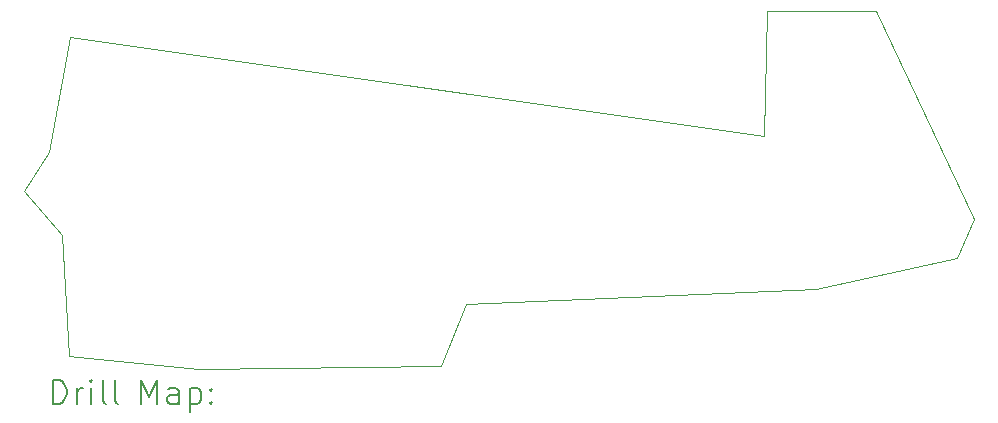
<source format=gbr>
%TF.GenerationSoftware,KiCad,Pcbnew,(6.99.0-2452-gdb4f2d9dd8)*%
%TF.CreationDate,2022-07-19T11:49:09+04:00*%
%TF.ProjectId,Mooney,4d6f6f6e-6579-42e6-9b69-6361645f7063,rev?*%
%TF.SameCoordinates,Original*%
%TF.FileFunction,Drillmap*%
%TF.FilePolarity,Positive*%
%FSLAX45Y45*%
G04 Gerber Fmt 4.5, Leading zero omitted, Abs format (unit mm)*
G04 Created by KiCad (PCBNEW (6.99.0-2452-gdb4f2d9dd8)) date 2022-07-19 11:49:09*
%MOMM*%
%LPD*%
G01*
G04 APERTURE LIST*
%ADD10C,0.100000*%
%ADD11C,0.200000*%
G04 APERTURE END LIST*
D10*
X13980000Y-4750000D02*
X13840000Y-5080000D01*
X12640000Y-5350000D01*
X9680000Y-5470000D01*
X9470000Y-6000000D01*
X7420000Y-6020000D01*
X6320000Y-5910000D01*
X6260000Y-4890000D01*
X5940000Y-4520000D01*
X6150000Y-4190000D01*
X6330000Y-3210000D01*
X12200000Y-4050000D01*
X12230000Y-2990000D01*
X13150000Y-2990000D01*
X13980000Y-4750000D01*
D11*
X6182619Y-6318476D02*
X6182619Y-6118476D01*
X6182619Y-6118476D02*
X6230238Y-6118476D01*
X6230238Y-6118476D02*
X6258809Y-6128000D01*
X6258809Y-6128000D02*
X6277857Y-6147048D01*
X6277857Y-6147048D02*
X6287381Y-6166095D01*
X6287381Y-6166095D02*
X6296905Y-6204190D01*
X6296905Y-6204190D02*
X6296905Y-6232762D01*
X6296905Y-6232762D02*
X6287381Y-6270857D01*
X6287381Y-6270857D02*
X6277857Y-6289905D01*
X6277857Y-6289905D02*
X6258809Y-6308952D01*
X6258809Y-6308952D02*
X6230238Y-6318476D01*
X6230238Y-6318476D02*
X6182619Y-6318476D01*
X6382619Y-6318476D02*
X6382619Y-6185143D01*
X6382619Y-6223238D02*
X6392143Y-6204190D01*
X6392143Y-6204190D02*
X6401667Y-6194667D01*
X6401667Y-6194667D02*
X6420714Y-6185143D01*
X6420714Y-6185143D02*
X6439762Y-6185143D01*
X6506428Y-6318476D02*
X6506428Y-6185143D01*
X6506428Y-6118476D02*
X6496905Y-6128000D01*
X6496905Y-6128000D02*
X6506428Y-6137524D01*
X6506428Y-6137524D02*
X6515952Y-6128000D01*
X6515952Y-6128000D02*
X6506428Y-6118476D01*
X6506428Y-6118476D02*
X6506428Y-6137524D01*
X6630238Y-6318476D02*
X6611190Y-6308952D01*
X6611190Y-6308952D02*
X6601667Y-6289905D01*
X6601667Y-6289905D02*
X6601667Y-6118476D01*
X6735000Y-6318476D02*
X6715952Y-6308952D01*
X6715952Y-6308952D02*
X6706428Y-6289905D01*
X6706428Y-6289905D02*
X6706428Y-6118476D01*
X6931190Y-6318476D02*
X6931190Y-6118476D01*
X6931190Y-6118476D02*
X6997857Y-6261333D01*
X6997857Y-6261333D02*
X7064524Y-6118476D01*
X7064524Y-6118476D02*
X7064524Y-6318476D01*
X7245476Y-6318476D02*
X7245476Y-6213714D01*
X7245476Y-6213714D02*
X7235952Y-6194667D01*
X7235952Y-6194667D02*
X7216905Y-6185143D01*
X7216905Y-6185143D02*
X7178809Y-6185143D01*
X7178809Y-6185143D02*
X7159762Y-6194667D01*
X7245476Y-6308952D02*
X7226428Y-6318476D01*
X7226428Y-6318476D02*
X7178809Y-6318476D01*
X7178809Y-6318476D02*
X7159762Y-6308952D01*
X7159762Y-6308952D02*
X7150238Y-6289905D01*
X7150238Y-6289905D02*
X7150238Y-6270857D01*
X7150238Y-6270857D02*
X7159762Y-6251809D01*
X7159762Y-6251809D02*
X7178809Y-6242286D01*
X7178809Y-6242286D02*
X7226428Y-6242286D01*
X7226428Y-6242286D02*
X7245476Y-6232762D01*
X7340714Y-6185143D02*
X7340714Y-6385143D01*
X7340714Y-6194667D02*
X7359762Y-6185143D01*
X7359762Y-6185143D02*
X7397857Y-6185143D01*
X7397857Y-6185143D02*
X7416905Y-6194667D01*
X7416905Y-6194667D02*
X7426428Y-6204190D01*
X7426428Y-6204190D02*
X7435952Y-6223238D01*
X7435952Y-6223238D02*
X7435952Y-6280381D01*
X7435952Y-6280381D02*
X7426428Y-6299428D01*
X7426428Y-6299428D02*
X7416905Y-6308952D01*
X7416905Y-6308952D02*
X7397857Y-6318476D01*
X7397857Y-6318476D02*
X7359762Y-6318476D01*
X7359762Y-6318476D02*
X7340714Y-6308952D01*
X7521667Y-6299428D02*
X7531190Y-6308952D01*
X7531190Y-6308952D02*
X7521667Y-6318476D01*
X7521667Y-6318476D02*
X7512143Y-6308952D01*
X7512143Y-6308952D02*
X7521667Y-6299428D01*
X7521667Y-6299428D02*
X7521667Y-6318476D01*
X7521667Y-6194667D02*
X7531190Y-6204190D01*
X7531190Y-6204190D02*
X7521667Y-6213714D01*
X7521667Y-6213714D02*
X7512143Y-6204190D01*
X7512143Y-6204190D02*
X7521667Y-6194667D01*
X7521667Y-6194667D02*
X7521667Y-6213714D01*
M02*

</source>
